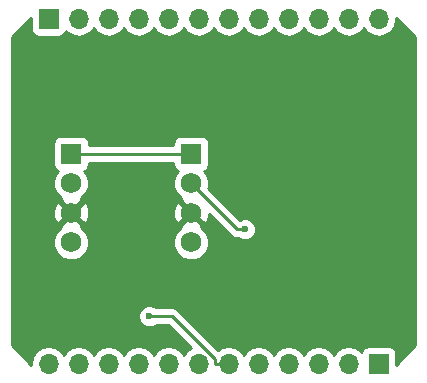
<source format=gbl>
G04 #@! TF.FileFunction,Copper,L2,Bot,Signal*
%FSLAX46Y46*%
G04 Gerber Fmt 4.6, Leading zero omitted, Abs format (unit mm)*
G04 Created by KiCad (PCBNEW 4.0.7-e2-6376~60~ubuntu17.10.1) date Wed Nov 29 13:14:38 2017*
%MOMM*%
%LPD*%
G01*
G04 APERTURE LIST*
%ADD10C,0.100000*%
%ADD11R,1.700000X1.700000*%
%ADD12O,1.700000X1.700000*%
%ADD13R,1.750000X1.750000*%
%ADD14C,1.750000*%
%ADD15C,0.600000*%
%ADD16C,0.250000*%
%ADD17C,0.254000*%
G04 APERTURE END LIST*
D10*
D11*
X176530000Y-120650000D03*
D12*
X173990000Y-120650000D03*
X171450000Y-120650000D03*
X168910000Y-120650000D03*
X166370000Y-120650000D03*
X163830000Y-120650000D03*
X161290000Y-120650000D03*
X158750000Y-120650000D03*
X156210000Y-120650000D03*
X153670000Y-120650000D03*
X151130000Y-120650000D03*
X148590000Y-120650000D03*
D13*
X150495000Y-102870000D03*
D14*
X150495000Y-105370000D03*
X150495000Y-107870000D03*
X150495000Y-110370000D03*
D13*
X160655000Y-102870000D03*
D14*
X160655000Y-105370000D03*
X160655000Y-107870000D03*
X160655000Y-110370000D03*
D11*
X148590000Y-91440000D03*
D12*
X151130000Y-91440000D03*
X153670000Y-91440000D03*
X156210000Y-91440000D03*
X158750000Y-91440000D03*
X161290000Y-91440000D03*
X163830000Y-91440000D03*
X166370000Y-91440000D03*
X168910000Y-91440000D03*
X171450000Y-91440000D03*
X173990000Y-91440000D03*
X176530000Y-91440000D03*
D15*
X170627900Y-116565400D03*
X168781800Y-112017100D03*
X168871000Y-108853900D03*
X174051300Y-97547700D03*
X172405000Y-94357800D03*
X169742800Y-95146600D03*
X168776600Y-97538100D03*
X169690300Y-101775000D03*
X168787300Y-103877400D03*
X173138400Y-109105400D03*
X173355000Y-102755300D03*
X150495000Y-115057200D03*
X165207500Y-109270300D03*
X157115000Y-116625500D03*
D16*
X160655000Y-102870000D02*
X150495000Y-102870000D01*
X164555300Y-109270300D02*
X165207500Y-109270300D01*
X160655000Y-105370000D02*
X164555300Y-109270300D01*
X162654700Y-120282700D02*
X162654700Y-120650000D01*
X158997500Y-116625500D02*
X162654700Y-120282700D01*
X157115000Y-116625500D02*
X158997500Y-116625500D01*
X163830000Y-120650000D02*
X162654700Y-120650000D01*
D17*
G36*
X179655000Y-92993736D02*
X179655000Y-119096264D01*
X178027440Y-120723824D01*
X178027440Y-119800000D01*
X177983162Y-119564683D01*
X177844090Y-119348559D01*
X177631890Y-119203569D01*
X177380000Y-119152560D01*
X175680000Y-119152560D01*
X175444683Y-119196838D01*
X175228559Y-119335910D01*
X175083569Y-119548110D01*
X175069914Y-119615541D01*
X175040054Y-119570853D01*
X174558285Y-119248946D01*
X173990000Y-119135907D01*
X173421715Y-119248946D01*
X172939946Y-119570853D01*
X172720000Y-119900026D01*
X172500054Y-119570853D01*
X172018285Y-119248946D01*
X171450000Y-119135907D01*
X170881715Y-119248946D01*
X170399946Y-119570853D01*
X170180000Y-119900026D01*
X169960054Y-119570853D01*
X169478285Y-119248946D01*
X168910000Y-119135907D01*
X168341715Y-119248946D01*
X167859946Y-119570853D01*
X167640000Y-119900026D01*
X167420054Y-119570853D01*
X166938285Y-119248946D01*
X166370000Y-119135907D01*
X165801715Y-119248946D01*
X165319946Y-119570853D01*
X165100000Y-119900026D01*
X164880054Y-119570853D01*
X164398285Y-119248946D01*
X163830000Y-119135907D01*
X163261715Y-119248946D01*
X162922442Y-119475640D01*
X159534901Y-116088099D01*
X159288339Y-115923352D01*
X158997500Y-115865500D01*
X157677463Y-115865500D01*
X157645327Y-115833308D01*
X157301799Y-115690662D01*
X156929833Y-115690338D01*
X156586057Y-115832383D01*
X156322808Y-116095173D01*
X156180162Y-116438701D01*
X156179838Y-116810667D01*
X156321883Y-117154443D01*
X156584673Y-117417692D01*
X156928201Y-117560338D01*
X157300167Y-117560662D01*
X157643943Y-117418617D01*
X157677118Y-117385500D01*
X158682698Y-117385500D01*
X160616468Y-119319270D01*
X160239946Y-119570853D01*
X160020000Y-119900026D01*
X159800054Y-119570853D01*
X159318285Y-119248946D01*
X158750000Y-119135907D01*
X158181715Y-119248946D01*
X157699946Y-119570853D01*
X157480000Y-119900026D01*
X157260054Y-119570853D01*
X156778285Y-119248946D01*
X156210000Y-119135907D01*
X155641715Y-119248946D01*
X155159946Y-119570853D01*
X154940000Y-119900026D01*
X154720054Y-119570853D01*
X154238285Y-119248946D01*
X153670000Y-119135907D01*
X153101715Y-119248946D01*
X152619946Y-119570853D01*
X152400000Y-119900026D01*
X152180054Y-119570853D01*
X151698285Y-119248946D01*
X151130000Y-119135907D01*
X150561715Y-119248946D01*
X150079946Y-119570853D01*
X149860000Y-119900026D01*
X149640054Y-119570853D01*
X149158285Y-119248946D01*
X148590000Y-119135907D01*
X148021715Y-119248946D01*
X147539946Y-119570853D01*
X147218039Y-120052622D01*
X147105000Y-120620907D01*
X147105000Y-120679093D01*
X147119196Y-120750460D01*
X145465000Y-119096264D01*
X145465000Y-110669040D01*
X148984738Y-110669040D01*
X149214138Y-111224229D01*
X149638537Y-111649370D01*
X150193325Y-111879738D01*
X150794040Y-111880262D01*
X151349229Y-111650862D01*
X151774370Y-111226463D01*
X152004738Y-110671675D01*
X152004740Y-110669040D01*
X159144738Y-110669040D01*
X159374138Y-111224229D01*
X159798537Y-111649370D01*
X160353325Y-111879738D01*
X160954040Y-111880262D01*
X161509229Y-111650862D01*
X161934370Y-111226463D01*
X162164738Y-110671675D01*
X162165262Y-110070960D01*
X161935862Y-109515771D01*
X161511463Y-109090630D01*
X161488531Y-109081108D01*
X161537455Y-108932060D01*
X160655000Y-108049605D01*
X159772545Y-108932060D01*
X159821318Y-109080648D01*
X159800771Y-109089138D01*
X159375630Y-109513537D01*
X159145262Y-110068325D01*
X159144738Y-110669040D01*
X152004740Y-110669040D01*
X152005262Y-110070960D01*
X151775862Y-109515771D01*
X151351463Y-109090630D01*
X151328531Y-109081108D01*
X151377455Y-108932060D01*
X150495000Y-108049605D01*
X149612545Y-108932060D01*
X149661318Y-109080648D01*
X149640771Y-109089138D01*
X149215630Y-109513537D01*
X148985262Y-110068325D01*
X148984738Y-110669040D01*
X145465000Y-110669040D01*
X145465000Y-107635306D01*
X148973410Y-107635306D01*
X148999421Y-108235458D01*
X149179047Y-108669116D01*
X149432940Y-108752455D01*
X150315395Y-107870000D01*
X150674605Y-107870000D01*
X151557060Y-108752455D01*
X151810953Y-108669116D01*
X152016590Y-108104694D01*
X151996247Y-107635306D01*
X159133410Y-107635306D01*
X159159421Y-108235458D01*
X159339047Y-108669116D01*
X159592940Y-108752455D01*
X160475395Y-107870000D01*
X159592940Y-106987545D01*
X159339047Y-107070884D01*
X159133410Y-107635306D01*
X151996247Y-107635306D01*
X151990579Y-107504542D01*
X151810953Y-107070884D01*
X151557060Y-106987545D01*
X150674605Y-107870000D01*
X150315395Y-107870000D01*
X149432940Y-106987545D01*
X149179047Y-107070884D01*
X148973410Y-107635306D01*
X145465000Y-107635306D01*
X145465000Y-101995000D01*
X148972560Y-101995000D01*
X148972560Y-103745000D01*
X149016838Y-103980317D01*
X149155910Y-104196441D01*
X149368110Y-104341431D01*
X149384676Y-104344786D01*
X149215630Y-104513537D01*
X148985262Y-105068325D01*
X148984738Y-105669040D01*
X149214138Y-106224229D01*
X149638537Y-106649370D01*
X149661469Y-106658892D01*
X149612545Y-106807940D01*
X150495000Y-107690395D01*
X151377455Y-106807940D01*
X151328682Y-106659352D01*
X151349229Y-106650862D01*
X151774370Y-106226463D01*
X152004738Y-105671675D01*
X152005262Y-105070960D01*
X151775862Y-104515771D01*
X151607283Y-104346897D01*
X151821441Y-104209090D01*
X151966431Y-103996890D01*
X152017440Y-103745000D01*
X152017440Y-103630000D01*
X159132560Y-103630000D01*
X159132560Y-103745000D01*
X159176838Y-103980317D01*
X159315910Y-104196441D01*
X159528110Y-104341431D01*
X159544676Y-104344786D01*
X159375630Y-104513537D01*
X159145262Y-105068325D01*
X159144738Y-105669040D01*
X159374138Y-106224229D01*
X159798537Y-106649370D01*
X159821469Y-106658892D01*
X159772545Y-106807940D01*
X160655000Y-107690395D01*
X160669143Y-107676253D01*
X160848748Y-107855858D01*
X160834605Y-107870000D01*
X161717060Y-108752455D01*
X161970953Y-108669116D01*
X162176590Y-108104694D01*
X162170324Y-107960126D01*
X164017899Y-109807701D01*
X164264461Y-109972448D01*
X164555300Y-110030300D01*
X164645037Y-110030300D01*
X164677173Y-110062492D01*
X165020701Y-110205138D01*
X165392667Y-110205462D01*
X165736443Y-110063417D01*
X165999692Y-109800627D01*
X166142338Y-109457099D01*
X166142662Y-109085133D01*
X166000617Y-108741357D01*
X165737827Y-108478108D01*
X165394299Y-108335462D01*
X165022333Y-108335138D01*
X164790664Y-108430862D01*
X162125639Y-105765837D01*
X162164738Y-105671675D01*
X162165262Y-105070960D01*
X161935862Y-104515771D01*
X161767283Y-104346897D01*
X161981441Y-104209090D01*
X162126431Y-103996890D01*
X162177440Y-103745000D01*
X162177440Y-101995000D01*
X162133162Y-101759683D01*
X161994090Y-101543559D01*
X161781890Y-101398569D01*
X161530000Y-101347560D01*
X159780000Y-101347560D01*
X159544683Y-101391838D01*
X159328559Y-101530910D01*
X159183569Y-101743110D01*
X159132560Y-101995000D01*
X159132560Y-102110000D01*
X152017440Y-102110000D01*
X152017440Y-101995000D01*
X151973162Y-101759683D01*
X151834090Y-101543559D01*
X151621890Y-101398569D01*
X151370000Y-101347560D01*
X149620000Y-101347560D01*
X149384683Y-101391838D01*
X149168559Y-101530910D01*
X149023569Y-101743110D01*
X148972560Y-101995000D01*
X145465000Y-101995000D01*
X145465000Y-92993736D01*
X147092560Y-91366176D01*
X147092560Y-92290000D01*
X147136838Y-92525317D01*
X147275910Y-92741441D01*
X147488110Y-92886431D01*
X147740000Y-92937440D01*
X149440000Y-92937440D01*
X149675317Y-92893162D01*
X149891441Y-92754090D01*
X150036431Y-92541890D01*
X150050086Y-92474459D01*
X150079946Y-92519147D01*
X150561715Y-92841054D01*
X151130000Y-92954093D01*
X151698285Y-92841054D01*
X152180054Y-92519147D01*
X152400000Y-92189974D01*
X152619946Y-92519147D01*
X153101715Y-92841054D01*
X153670000Y-92954093D01*
X154238285Y-92841054D01*
X154720054Y-92519147D01*
X154940000Y-92189974D01*
X155159946Y-92519147D01*
X155641715Y-92841054D01*
X156210000Y-92954093D01*
X156778285Y-92841054D01*
X157260054Y-92519147D01*
X157480000Y-92189974D01*
X157699946Y-92519147D01*
X158181715Y-92841054D01*
X158750000Y-92954093D01*
X159318285Y-92841054D01*
X159800054Y-92519147D01*
X160020000Y-92189974D01*
X160239946Y-92519147D01*
X160721715Y-92841054D01*
X161290000Y-92954093D01*
X161858285Y-92841054D01*
X162340054Y-92519147D01*
X162560000Y-92189974D01*
X162779946Y-92519147D01*
X163261715Y-92841054D01*
X163830000Y-92954093D01*
X164398285Y-92841054D01*
X164880054Y-92519147D01*
X165100000Y-92189974D01*
X165319946Y-92519147D01*
X165801715Y-92841054D01*
X166370000Y-92954093D01*
X166938285Y-92841054D01*
X167420054Y-92519147D01*
X167640000Y-92189974D01*
X167859946Y-92519147D01*
X168341715Y-92841054D01*
X168910000Y-92954093D01*
X169478285Y-92841054D01*
X169960054Y-92519147D01*
X170180000Y-92189974D01*
X170399946Y-92519147D01*
X170881715Y-92841054D01*
X171450000Y-92954093D01*
X172018285Y-92841054D01*
X172500054Y-92519147D01*
X172720000Y-92189974D01*
X172939946Y-92519147D01*
X173421715Y-92841054D01*
X173990000Y-92954093D01*
X174558285Y-92841054D01*
X175040054Y-92519147D01*
X175260000Y-92189974D01*
X175479946Y-92519147D01*
X175961715Y-92841054D01*
X176530000Y-92954093D01*
X177098285Y-92841054D01*
X177580054Y-92519147D01*
X177901961Y-92037378D01*
X178015000Y-91469093D01*
X178015000Y-91410907D01*
X178000804Y-91339540D01*
X179655000Y-92993736D01*
X179655000Y-92993736D01*
G37*
X179655000Y-92993736D02*
X179655000Y-119096264D01*
X178027440Y-120723824D01*
X178027440Y-119800000D01*
X177983162Y-119564683D01*
X177844090Y-119348559D01*
X177631890Y-119203569D01*
X177380000Y-119152560D01*
X175680000Y-119152560D01*
X175444683Y-119196838D01*
X175228559Y-119335910D01*
X175083569Y-119548110D01*
X175069914Y-119615541D01*
X175040054Y-119570853D01*
X174558285Y-119248946D01*
X173990000Y-119135907D01*
X173421715Y-119248946D01*
X172939946Y-119570853D01*
X172720000Y-119900026D01*
X172500054Y-119570853D01*
X172018285Y-119248946D01*
X171450000Y-119135907D01*
X170881715Y-119248946D01*
X170399946Y-119570853D01*
X170180000Y-119900026D01*
X169960054Y-119570853D01*
X169478285Y-119248946D01*
X168910000Y-119135907D01*
X168341715Y-119248946D01*
X167859946Y-119570853D01*
X167640000Y-119900026D01*
X167420054Y-119570853D01*
X166938285Y-119248946D01*
X166370000Y-119135907D01*
X165801715Y-119248946D01*
X165319946Y-119570853D01*
X165100000Y-119900026D01*
X164880054Y-119570853D01*
X164398285Y-119248946D01*
X163830000Y-119135907D01*
X163261715Y-119248946D01*
X162922442Y-119475640D01*
X159534901Y-116088099D01*
X159288339Y-115923352D01*
X158997500Y-115865500D01*
X157677463Y-115865500D01*
X157645327Y-115833308D01*
X157301799Y-115690662D01*
X156929833Y-115690338D01*
X156586057Y-115832383D01*
X156322808Y-116095173D01*
X156180162Y-116438701D01*
X156179838Y-116810667D01*
X156321883Y-117154443D01*
X156584673Y-117417692D01*
X156928201Y-117560338D01*
X157300167Y-117560662D01*
X157643943Y-117418617D01*
X157677118Y-117385500D01*
X158682698Y-117385500D01*
X160616468Y-119319270D01*
X160239946Y-119570853D01*
X160020000Y-119900026D01*
X159800054Y-119570853D01*
X159318285Y-119248946D01*
X158750000Y-119135907D01*
X158181715Y-119248946D01*
X157699946Y-119570853D01*
X157480000Y-119900026D01*
X157260054Y-119570853D01*
X156778285Y-119248946D01*
X156210000Y-119135907D01*
X155641715Y-119248946D01*
X155159946Y-119570853D01*
X154940000Y-119900026D01*
X154720054Y-119570853D01*
X154238285Y-119248946D01*
X153670000Y-119135907D01*
X153101715Y-119248946D01*
X152619946Y-119570853D01*
X152400000Y-119900026D01*
X152180054Y-119570853D01*
X151698285Y-119248946D01*
X151130000Y-119135907D01*
X150561715Y-119248946D01*
X150079946Y-119570853D01*
X149860000Y-119900026D01*
X149640054Y-119570853D01*
X149158285Y-119248946D01*
X148590000Y-119135907D01*
X148021715Y-119248946D01*
X147539946Y-119570853D01*
X147218039Y-120052622D01*
X147105000Y-120620907D01*
X147105000Y-120679093D01*
X147119196Y-120750460D01*
X145465000Y-119096264D01*
X145465000Y-110669040D01*
X148984738Y-110669040D01*
X149214138Y-111224229D01*
X149638537Y-111649370D01*
X150193325Y-111879738D01*
X150794040Y-111880262D01*
X151349229Y-111650862D01*
X151774370Y-111226463D01*
X152004738Y-110671675D01*
X152004740Y-110669040D01*
X159144738Y-110669040D01*
X159374138Y-111224229D01*
X159798537Y-111649370D01*
X160353325Y-111879738D01*
X160954040Y-111880262D01*
X161509229Y-111650862D01*
X161934370Y-111226463D01*
X162164738Y-110671675D01*
X162165262Y-110070960D01*
X161935862Y-109515771D01*
X161511463Y-109090630D01*
X161488531Y-109081108D01*
X161537455Y-108932060D01*
X160655000Y-108049605D01*
X159772545Y-108932060D01*
X159821318Y-109080648D01*
X159800771Y-109089138D01*
X159375630Y-109513537D01*
X159145262Y-110068325D01*
X159144738Y-110669040D01*
X152004740Y-110669040D01*
X152005262Y-110070960D01*
X151775862Y-109515771D01*
X151351463Y-109090630D01*
X151328531Y-109081108D01*
X151377455Y-108932060D01*
X150495000Y-108049605D01*
X149612545Y-108932060D01*
X149661318Y-109080648D01*
X149640771Y-109089138D01*
X149215630Y-109513537D01*
X148985262Y-110068325D01*
X148984738Y-110669040D01*
X145465000Y-110669040D01*
X145465000Y-107635306D01*
X148973410Y-107635306D01*
X148999421Y-108235458D01*
X149179047Y-108669116D01*
X149432940Y-108752455D01*
X150315395Y-107870000D01*
X150674605Y-107870000D01*
X151557060Y-108752455D01*
X151810953Y-108669116D01*
X152016590Y-108104694D01*
X151996247Y-107635306D01*
X159133410Y-107635306D01*
X159159421Y-108235458D01*
X159339047Y-108669116D01*
X159592940Y-108752455D01*
X160475395Y-107870000D01*
X159592940Y-106987545D01*
X159339047Y-107070884D01*
X159133410Y-107635306D01*
X151996247Y-107635306D01*
X151990579Y-107504542D01*
X151810953Y-107070884D01*
X151557060Y-106987545D01*
X150674605Y-107870000D01*
X150315395Y-107870000D01*
X149432940Y-106987545D01*
X149179047Y-107070884D01*
X148973410Y-107635306D01*
X145465000Y-107635306D01*
X145465000Y-101995000D01*
X148972560Y-101995000D01*
X148972560Y-103745000D01*
X149016838Y-103980317D01*
X149155910Y-104196441D01*
X149368110Y-104341431D01*
X149384676Y-104344786D01*
X149215630Y-104513537D01*
X148985262Y-105068325D01*
X148984738Y-105669040D01*
X149214138Y-106224229D01*
X149638537Y-106649370D01*
X149661469Y-106658892D01*
X149612545Y-106807940D01*
X150495000Y-107690395D01*
X151377455Y-106807940D01*
X151328682Y-106659352D01*
X151349229Y-106650862D01*
X151774370Y-106226463D01*
X152004738Y-105671675D01*
X152005262Y-105070960D01*
X151775862Y-104515771D01*
X151607283Y-104346897D01*
X151821441Y-104209090D01*
X151966431Y-103996890D01*
X152017440Y-103745000D01*
X152017440Y-103630000D01*
X159132560Y-103630000D01*
X159132560Y-103745000D01*
X159176838Y-103980317D01*
X159315910Y-104196441D01*
X159528110Y-104341431D01*
X159544676Y-104344786D01*
X159375630Y-104513537D01*
X159145262Y-105068325D01*
X159144738Y-105669040D01*
X159374138Y-106224229D01*
X159798537Y-106649370D01*
X159821469Y-106658892D01*
X159772545Y-106807940D01*
X160655000Y-107690395D01*
X160669143Y-107676253D01*
X160848748Y-107855858D01*
X160834605Y-107870000D01*
X161717060Y-108752455D01*
X161970953Y-108669116D01*
X162176590Y-108104694D01*
X162170324Y-107960126D01*
X164017899Y-109807701D01*
X164264461Y-109972448D01*
X164555300Y-110030300D01*
X164645037Y-110030300D01*
X164677173Y-110062492D01*
X165020701Y-110205138D01*
X165392667Y-110205462D01*
X165736443Y-110063417D01*
X165999692Y-109800627D01*
X166142338Y-109457099D01*
X166142662Y-109085133D01*
X166000617Y-108741357D01*
X165737827Y-108478108D01*
X165394299Y-108335462D01*
X165022333Y-108335138D01*
X164790664Y-108430862D01*
X162125639Y-105765837D01*
X162164738Y-105671675D01*
X162165262Y-105070960D01*
X161935862Y-104515771D01*
X161767283Y-104346897D01*
X161981441Y-104209090D01*
X162126431Y-103996890D01*
X162177440Y-103745000D01*
X162177440Y-101995000D01*
X162133162Y-101759683D01*
X161994090Y-101543559D01*
X161781890Y-101398569D01*
X161530000Y-101347560D01*
X159780000Y-101347560D01*
X159544683Y-101391838D01*
X159328559Y-101530910D01*
X159183569Y-101743110D01*
X159132560Y-101995000D01*
X159132560Y-102110000D01*
X152017440Y-102110000D01*
X152017440Y-101995000D01*
X151973162Y-101759683D01*
X151834090Y-101543559D01*
X151621890Y-101398569D01*
X151370000Y-101347560D01*
X149620000Y-101347560D01*
X149384683Y-101391838D01*
X149168559Y-101530910D01*
X149023569Y-101743110D01*
X148972560Y-101995000D01*
X145465000Y-101995000D01*
X145465000Y-92993736D01*
X147092560Y-91366176D01*
X147092560Y-92290000D01*
X147136838Y-92525317D01*
X147275910Y-92741441D01*
X147488110Y-92886431D01*
X147740000Y-92937440D01*
X149440000Y-92937440D01*
X149675317Y-92893162D01*
X149891441Y-92754090D01*
X150036431Y-92541890D01*
X150050086Y-92474459D01*
X150079946Y-92519147D01*
X150561715Y-92841054D01*
X151130000Y-92954093D01*
X151698285Y-92841054D01*
X152180054Y-92519147D01*
X152400000Y-92189974D01*
X152619946Y-92519147D01*
X153101715Y-92841054D01*
X153670000Y-92954093D01*
X154238285Y-92841054D01*
X154720054Y-92519147D01*
X154940000Y-92189974D01*
X155159946Y-92519147D01*
X155641715Y-92841054D01*
X156210000Y-92954093D01*
X156778285Y-92841054D01*
X157260054Y-92519147D01*
X157480000Y-92189974D01*
X157699946Y-92519147D01*
X158181715Y-92841054D01*
X158750000Y-92954093D01*
X159318285Y-92841054D01*
X159800054Y-92519147D01*
X160020000Y-92189974D01*
X160239946Y-92519147D01*
X160721715Y-92841054D01*
X161290000Y-92954093D01*
X161858285Y-92841054D01*
X162340054Y-92519147D01*
X162560000Y-92189974D01*
X162779946Y-92519147D01*
X163261715Y-92841054D01*
X163830000Y-92954093D01*
X164398285Y-92841054D01*
X164880054Y-92519147D01*
X165100000Y-92189974D01*
X165319946Y-92519147D01*
X165801715Y-92841054D01*
X166370000Y-92954093D01*
X166938285Y-92841054D01*
X167420054Y-92519147D01*
X167640000Y-92189974D01*
X167859946Y-92519147D01*
X168341715Y-92841054D01*
X168910000Y-92954093D01*
X169478285Y-92841054D01*
X169960054Y-92519147D01*
X170180000Y-92189974D01*
X170399946Y-92519147D01*
X170881715Y-92841054D01*
X171450000Y-92954093D01*
X172018285Y-92841054D01*
X172500054Y-92519147D01*
X172720000Y-92189974D01*
X172939946Y-92519147D01*
X173421715Y-92841054D01*
X173990000Y-92954093D01*
X174558285Y-92841054D01*
X175040054Y-92519147D01*
X175260000Y-92189974D01*
X175479946Y-92519147D01*
X175961715Y-92841054D01*
X176530000Y-92954093D01*
X177098285Y-92841054D01*
X177580054Y-92519147D01*
X177901961Y-92037378D01*
X178015000Y-91469093D01*
X178015000Y-91410907D01*
X178000804Y-91339540D01*
X179655000Y-92993736D01*
M02*

</source>
